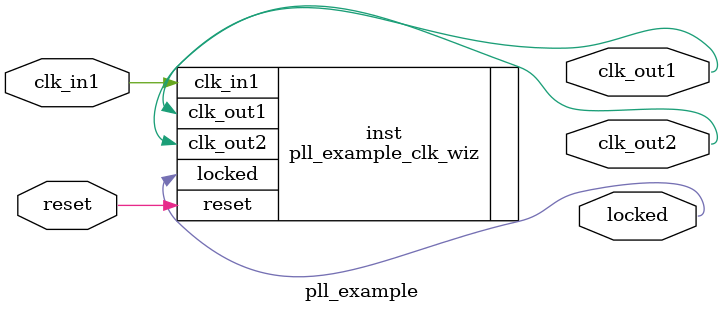
<source format=v>


`timescale 1ps/1ps

(* CORE_GENERATION_INFO = "pll_example,clk_wiz_v6_0_4_0_0,{component_name=pll_example,use_phase_alignment=true,use_min_o_jitter=false,use_max_i_jitter=false,use_dyn_phase_shift=false,use_inclk_switchover=false,use_dyn_reconfig=false,enable_axi=0,feedback_source=FDBK_AUTO,PRIMITIVE=MMCM,num_out_clk=2,clkin1_period=20.000,clkin2_period=10.0,use_power_down=false,use_reset=true,use_locked=true,use_inclk_stopped=false,feedback_type=SINGLE,CLOCK_MGR_TYPE=NA,manual_override=false}" *)

module pll_example 
 (
  // Clock out ports
  output        clk_out1,
  output        clk_out2,
  // Status and control signals
  input         reset,
  output        locked,
 // Clock in ports
  input         clk_in1
 );

  pll_example_clk_wiz inst
  (
  // Clock out ports  
  .clk_out1(clk_out1),
  .clk_out2(clk_out2),
  // Status and control signals               
  .reset(reset), 
  .locked(locked),
 // Clock in ports
  .clk_in1(clk_in1)
  );

endmodule

</source>
